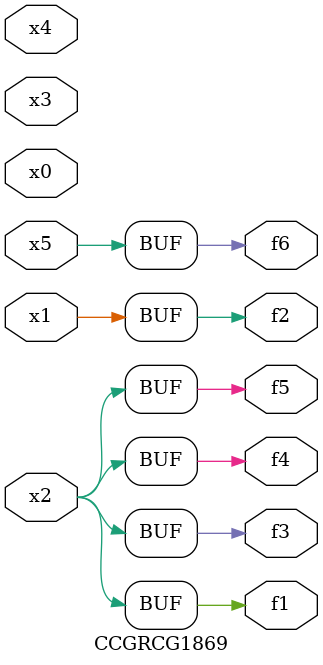
<source format=v>
module CCGRCG1869(
	input x0, x1, x2, x3, x4, x5,
	output f1, f2, f3, f4, f5, f6
);
	assign f1 = x2;
	assign f2 = x1;
	assign f3 = x2;
	assign f4 = x2;
	assign f5 = x2;
	assign f6 = x5;
endmodule

</source>
